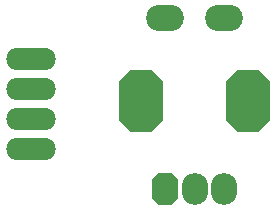
<source format=gbs>
G04 Layer_Color=16711935*
%FSLAX23Y23*%
%MOIN*%
G70*
G01*
G75*
%ADD22O,0.126X0.087*%
G04:AMPARAMS|DCode=23|XSize=87mil|YSize=106mil|CornerRadius=0mil|HoleSize=0mil|Usage=FLASHONLY|Rotation=0.000|XOffset=0mil|YOffset=0mil|HoleType=Round|Shape=Octagon|*
%AMOCTAGOND23*
4,1,8,-0.022,0.053,0.022,0.053,0.043,0.032,0.043,-0.032,0.022,-0.053,-0.022,-0.053,-0.043,-0.032,-0.043,0.032,-0.022,0.053,0.0*
%
%ADD23OCTAGOND23*%

%ADD24O,0.087X0.106*%
%ADD25O,0.087X0.106*%
G04:AMPARAMS|DCode=26|XSize=146mil|YSize=205mil|CornerRadius=0mil|HoleSize=0mil|Usage=FLASHONLY|Rotation=0.000|XOffset=0mil|YOffset=0mil|HoleType=Round|Shape=Octagon|*
%AMOCTAGOND26*
4,1,8,-0.036,0.102,0.036,0.102,0.073,0.066,0.073,-0.066,0.036,-0.102,-0.036,-0.102,-0.073,-0.066,-0.073,0.066,-0.036,0.102,0.0*
%
%ADD26OCTAGOND26*%

%ADD27O,0.165X0.075*%
D22*
X2848Y3806D02*
D03*
X2651D02*
D03*
D23*
Y3235D02*
D03*
D24*
X2749D02*
D03*
D25*
X2848D02*
D03*
D26*
X2570Y3530D02*
D03*
X2928D02*
D03*
D27*
X2205Y3370D02*
D03*
Y3470D02*
D03*
Y3570D02*
D03*
Y3670D02*
D03*
M02*

</source>
